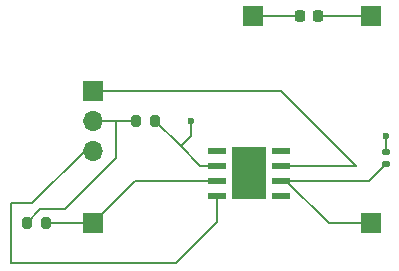
<source format=gbr>
%TF.GenerationSoftware,KiCad,Pcbnew,8.0.4*%
%TF.CreationDate,2024-08-01T19:49:29+02:00*%
%TF.ProjectId,amplification-board,616d706c-6966-4696-9361-74696f6e2d62,rev?*%
%TF.SameCoordinates,Original*%
%TF.FileFunction,Copper,L1,Top*%
%TF.FilePolarity,Positive*%
%FSLAX46Y46*%
G04 Gerber Fmt 4.6, Leading zero omitted, Abs format (unit mm)*
G04 Created by KiCad (PCBNEW 8.0.4) date 2024-08-01 19:49:29*
%MOMM*%
%LPD*%
G01*
G04 APERTURE LIST*
G04 Aperture macros list*
%AMRoundRect*
0 Rectangle with rounded corners*
0 $1 Rounding radius*
0 $2 $3 $4 $5 $6 $7 $8 $9 X,Y pos of 4 corners*
0 Add a 4 corners polygon primitive as box body*
4,1,4,$2,$3,$4,$5,$6,$7,$8,$9,$2,$3,0*
0 Add four circle primitives for the rounded corners*
1,1,$1+$1,$2,$3*
1,1,$1+$1,$4,$5*
1,1,$1+$1,$6,$7*
1,1,$1+$1,$8,$9*
0 Add four rect primitives between the rounded corners*
20,1,$1+$1,$2,$3,$4,$5,0*
20,1,$1+$1,$4,$5,$6,$7,0*
20,1,$1+$1,$6,$7,$8,$9,0*
20,1,$1+$1,$8,$9,$2,$3,0*%
G04 Aperture macros list end*
%TA.AperFunction,ComponentPad*%
%ADD10R,1.700000X1.700000*%
%TD*%
%TA.AperFunction,SMDPad,CuDef*%
%ADD11R,1.550000X0.600000*%
%TD*%
%TA.AperFunction,ComponentPad*%
%ADD12C,0.600000*%
%TD*%
%TA.AperFunction,SMDPad,CuDef*%
%ADD13R,2.600000X3.100000*%
%TD*%
%TA.AperFunction,SMDPad,CuDef*%
%ADD14R,2.950000X4.500000*%
%TD*%
%TA.AperFunction,SMDPad,CuDef*%
%ADD15RoundRect,0.225000X-0.225000X-0.250000X0.225000X-0.250000X0.225000X0.250000X-0.225000X0.250000X0*%
%TD*%
%TA.AperFunction,SMDPad,CuDef*%
%ADD16RoundRect,0.200000X-0.200000X-0.275000X0.200000X-0.275000X0.200000X0.275000X-0.200000X0.275000X0*%
%TD*%
%TA.AperFunction,SMDPad,CuDef*%
%ADD17RoundRect,0.200000X0.200000X0.275000X-0.200000X0.275000X-0.200000X-0.275000X0.200000X-0.275000X0*%
%TD*%
%TA.AperFunction,SMDPad,CuDef*%
%ADD18RoundRect,0.135000X-0.185000X0.135000X-0.185000X-0.135000X0.185000X-0.135000X0.185000X0.135000X0*%
%TD*%
%TA.AperFunction,ComponentPad*%
%ADD19O,1.700000X1.700000*%
%TD*%
%TA.AperFunction,ViaPad*%
%ADD20C,0.600000*%
%TD*%
%TA.AperFunction,Conductor*%
%ADD21C,0.200000*%
%TD*%
G04 APERTURE END LIST*
D10*
%TO.P,J5,1,Pin_1*%
%TO.N,Output*%
X154305000Y-102000000D03*
%TD*%
D11*
%TO.P,U1,1*%
%TO.N,N/C*%
X141285000Y-95885000D03*
%TO.P,U1,2,-*%
%TO.N,Net-(U1--)*%
X141285000Y-97155000D03*
%TO.P,U1,3,+*%
%TO.N,Input*%
X141285000Y-98425000D03*
%TO.P,U1,4,V-*%
%TO.N,-15V*%
X141285000Y-99695000D03*
%TO.P,U1,5*%
%TO.N,N/C*%
X146685000Y-99695000D03*
%TO.P,U1,6*%
%TO.N,Output*%
X146685000Y-98425000D03*
%TO.P,U1,7,V+*%
%TO.N,+15V*%
X146685000Y-97155000D03*
%TO.P,U1,8*%
%TO.N,N/C*%
X146685000Y-95885000D03*
D12*
%TO.P,U1,9*%
X143385000Y-95990000D03*
X143385000Y-97190000D03*
X143385000Y-98490000D03*
X143385000Y-99590000D03*
D13*
X143985000Y-97790000D03*
D14*
X143985000Y-97790000D03*
D12*
X144585000Y-95990000D03*
X144585000Y-97190000D03*
X144585000Y-98490000D03*
X144585000Y-99590000D03*
%TD*%
D10*
%TO.P,J2,1,Pin_1*%
%TO.N,Net-(J2-Pin_1)*%
X154305000Y-84455000D03*
%TD*%
%TO.P,J1,1,Pin_1*%
%TO.N,Net-(J1-Pin_1)*%
X144305000Y-84455000D03*
%TD*%
D15*
%TO.P,C1,1*%
%TO.N,Net-(J1-Pin_1)*%
X148305000Y-84455000D03*
%TO.P,C1,2*%
%TO.N,Net-(J2-Pin_1)*%
X149855000Y-84455000D03*
%TD*%
D16*
%TO.P,R1,1*%
%TO.N,Earth*%
X125175000Y-102000000D03*
%TO.P,R1,2*%
%TO.N,Input*%
X126825000Y-102000000D03*
%TD*%
D17*
%TO.P,R2,1*%
%TO.N,Net-(U1--)*%
X136080000Y-93345000D03*
%TO.P,R2,2*%
%TO.N,Earth*%
X134430000Y-93345000D03*
%TD*%
D18*
%TO.P,R3,1*%
%TO.N,Net-(U1--)*%
X155575000Y-96010000D03*
%TO.P,R3,2*%
%TO.N,Output*%
X155575000Y-97030000D03*
%TD*%
D10*
%TO.P,J4,1,Pin_1*%
%TO.N,Input*%
X130810000Y-102000000D03*
%TD*%
%TO.P,J3,1,Pin_1*%
%TO.N,+15V*%
X130810000Y-90805000D03*
D19*
%TO.P,J3,2,Pin_2*%
%TO.N,Earth*%
X130810000Y-93345000D03*
%TO.P,J3,3,Pin_3*%
%TO.N,-15V*%
X130810000Y-95885000D03*
%TD*%
D20*
%TO.N,Net-(U1--)*%
X155575000Y-94615000D03*
X139065000Y-93345000D03*
%TD*%
D21*
%TO.N,Net-(J2-Pin_1)*%
X149855000Y-84455000D02*
X154305000Y-84455000D01*
%TO.N,Net-(J1-Pin_1)*%
X144305000Y-84455000D02*
X148305000Y-84455000D01*
%TO.N,-15V*%
X130810000Y-95885000D02*
X130102352Y-95885000D01*
X130102352Y-95885000D02*
X125657352Y-100330000D01*
X137795000Y-105410000D02*
X141285000Y-101920000D01*
X123825000Y-100330000D02*
X123825000Y-105410000D01*
X141285000Y-101920000D02*
X141285000Y-99695000D01*
X123825000Y-105410000D02*
X137795000Y-105410000D01*
X125657352Y-100330000D02*
X123825000Y-100330000D01*
%TO.N,+15V*%
X146685000Y-97155000D02*
X153035000Y-97155000D01*
X153035000Y-97155000D02*
X146685000Y-90805000D01*
X146685000Y-90805000D02*
X130810000Y-90805000D01*
%TO.N,Earth*%
X132715000Y-96520000D02*
X132715000Y-93345000D01*
X125175000Y-102000000D02*
X126325000Y-100850000D01*
X132715000Y-93345000D02*
X134430000Y-93345000D01*
X130810000Y-93345000D02*
X132715000Y-93345000D01*
X126325000Y-100850000D02*
X128385000Y-100850000D01*
X128385000Y-100850000D02*
X132715000Y-96520000D01*
%TO.N,Input*%
X130810000Y-102000000D02*
X126825000Y-102000000D01*
X134385000Y-98425000D02*
X130810000Y-102000000D01*
X141285000Y-98425000D02*
X134385000Y-98425000D01*
%TO.N,Output*%
X154180000Y-98425000D02*
X146685000Y-98425000D01*
X155575000Y-97030000D02*
X154180000Y-98425000D01*
X147160000Y-98425000D02*
X150735000Y-102000000D01*
X146685000Y-98425000D02*
X147160000Y-98425000D01*
X150735000Y-102000000D02*
X154305000Y-102000000D01*
%TO.N,Net-(U1--)*%
X136080000Y-93345000D02*
X138207500Y-95472500D01*
X139065000Y-93345000D02*
X139065000Y-94615000D01*
X139065000Y-94615000D02*
X138207500Y-95472500D01*
X155575000Y-96010000D02*
X155575000Y-94615000D01*
X139890000Y-97155000D02*
X141285000Y-97155000D01*
X138207500Y-95472500D02*
X139890000Y-97155000D01*
%TD*%
M02*

</source>
